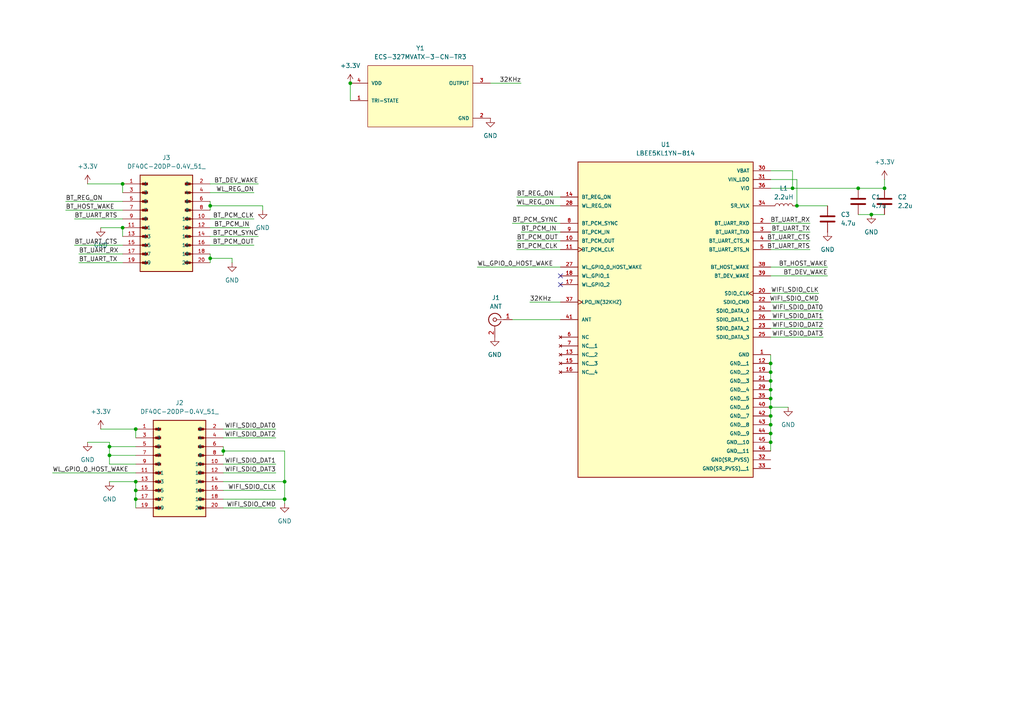
<source format=kicad_sch>
(kicad_sch (version 20250114) (generator "eeschema") (generator_version "9.0")
  (paper "A4")
  (lib_symbols
    (symbol "Connector:Conn_Coaxial" (pin_names (offset 1.016) (hide yes))
      (property "Reference" "J" (at 0.254 3.048 0))
      (property "Value" "Conn_Coaxial" (at 2.921 0 90))
      (symbol "Conn_Coaxial_0_1"
        (polyline (pts (xy -2.54 0) (xy -0.508 0)))
        (arc (start 1.778 0) (mid 0.222 -1.8079) (end -1.778 -0.508) (stroke (width 0.254)))
        (arc (start -1.778 0.508) (mid 0.2221 1.8084) (end 1.778 0) (stroke (width 0.254)))
        (circle (center 0 0) (radius 0.508) (stroke (width 0.2032)))
        (polyline (pts (xy 0 -2.54) (xy 0 -1.778)))
      )
      (symbol "Conn_Coaxial_1_1"
        (pin passive line (at -5.08 0 0) (length 2.54) (name "In") (number "1"))
        (pin passive line (at 0 -5.08 90) (length 2.54) (name "Ext") (number "2"))
      )
    )
    (symbol "DF40C-20DP-0.4V_51_:DF40C-20DP-0.4V_51_" (pin_names (offset 1.016))
      (property "Reference" "J" (at -7.62 13.462 0))
      (property "Value" "DF40C-20DP-0.4V_51_" (at -7.62 -16.002 0))
      (symbol "DF40C-20DP-0.4V_51__0_0"
        (polyline (pts (xy -7.62 10.16) (xy -5.715 10.16)) (stroke (width 0.254)))
        (polyline (pts (xy -7.62 7.62) (xy -5.715 7.62)) (stroke (width 0.254)))
        (polyline (pts (xy -7.62 5.08) (xy -5.715 5.08)) (stroke (width 0.254)))
        (polyline (pts (xy -7.62 2.54) (xy -5.715 2.54)) (stroke (width 0.254)))
        (polyline (pts (xy -7.62 0) (xy -5.715 0)) (stroke (width 0.254)))
        (polyline (pts (xy -7.62 -2.54) (xy -5.715 -2.54)) (stroke (width 0.254)))
        (polyline (pts (xy -7.62 -5.08) (xy -5.715 -5.08)) (stroke (width 0.254)))
        (polyline (pts (xy -7.62 -7.62) (xy -5.715 -7.62)) (stroke (width 0.254)))
        (polyline (pts (xy -7.62 -10.16) (xy -5.715 -10.16)) (stroke (width 0.254)))
        (polyline (pts (xy -7.62 -12.7) (xy -5.715 -12.7)) (stroke (width 0.254)))
        (rectangle (start -7.62 -15.24) (end 7.62 12.7) (stroke (width 0.254)) (fill (type background)))
        (rectangle (start -6.985 9.8425) (end -5.3975 10.4775) (stroke (width 0.1)) (fill (type outline)))
        (rectangle (start -6.985 7.3025) (end -5.3975 7.9375) (stroke (width 0.1)) (fill (type outline)))
        (rectangle (start -6.985 4.7625) (end -5.3975 5.3975) (stroke (width 0.1)) (fill (type outline)))
        (rectangle (start -6.985 2.2225) (end -5.3975 2.8575) (stroke (width 0.1)) (fill (type outline)))
        (rectangle (start -6.985 -0.3175) (end -5.3975 0.3175) (stroke (width 0.1)) (fill (type outline)))
        (rectangle (start -6.985 -2.8575) (end -5.3975 -2.2225) (stroke (width 0.1)) (fill (type outline)))
        (rectangle (start -6.985 -5.3975) (end -5.3975 -4.7625) (stroke (width 0.1)) (fill (type outline)))
        (rectangle (start -6.985 -7.9375) (end -5.3975 -7.3025) (stroke (width 0.1)) (fill (type outline)))
        (rectangle (start -6.985 -10.4775) (end -5.3975 -9.8425) (stroke (width 0.1)) (fill (type outline)))
        (rectangle (start -6.985 -13.0175) (end -5.3975 -12.3825) (stroke (width 0.1)) (fill (type outline)))
        (rectangle (start 5.3975 9.8425) (end 6.985 10.4775) (stroke (width 0.1)) (fill (type outline)))
        (rectangle (start 5.3975 7.3025) (end 6.985 7.9375) (stroke (width 0.1)) (fill (type outline)))
        (rectangle (start 5.3975 4.7625) (end 6.985 5.3975) (stroke (width 0.1)) (fill (type outline)))
        (rectangle (start 5.3975 2.2225) (end 6.985 2.8575) (stroke (width 0.1)) (fill (type outline)))
        (rectangle (start 5.3975 -0.3175) (end 6.985 0.3175) (stroke (width 0.1)) (fill (type outline)))
        (rectangle (start 5.3975 -2.8575) (end 6.985 -2.2225) (stroke (width 0.1)) (fill (type outline)))
        (rectangle (start 5.3975 -5.3975) (end 6.985 -4.7625) (stroke (width 0.1)) (fill (type outline)))
        (rectangle (start 5.3975 -7.9375) (end 6.985 -7.3025) (stroke (width 0.1)) (fill (type outline)))
        (rectangle (start 5.3975 -10.4775) (end 6.985 -9.8425) (stroke (width 0.1)) (fill (type outline)))
        (rectangle (start 5.3975 -13.0175) (end 6.985 -12.3825) (stroke (width 0.1)) (fill (type outline)))
        (polyline (pts (xy 7.62 10.16) (xy 5.715 10.16)) (stroke (width 0.254)))
        (polyline (pts (xy 7.62 7.62) (xy 5.715 7.62)) (stroke (width 0.254)))
        (polyline (pts (xy 7.62 5.08) (xy 5.715 5.08)) (stroke (width 0.254)))
        (polyline (pts (xy 7.62 2.54) (xy 5.715 2.54)) (stroke (width 0.254)))
        (polyline (pts (xy 7.62 0) (xy 5.715 0)) (stroke (width 0.254)))
        (polyline (pts (xy 7.62 -2.54) (xy 5.715 -2.54)) (stroke (width 0.254)))
        (polyline (pts (xy 7.62 -5.08) (xy 5.715 -5.08)) (stroke (width 0.254)))
        (polyline (pts (xy 7.62 -7.62) (xy 5.715 -7.62)) (stroke (width 0.254)))
        (polyline (pts (xy 7.62 -10.16) (xy 5.715 -10.16)) (stroke (width 0.254)))
        (polyline (pts (xy 7.62 -12.7) (xy 5.715 -12.7)) (stroke (width 0.254)))
        (pin passive line (at -12.7 10.16 0) (length 5.08) (name "1") (number "1"))
        (pin passive line (at -12.7 7.62 0) (length 5.08) (name "3") (number "3"))
        (pin passive line (at -12.7 5.08 0) (length 5.08) (name "5") (number "5"))
        (pin passive line (at -12.7 2.54 0) (length 5.08) (name "7") (number "7"))
        (pin passive line (at -12.7 0 0) (length 5.08) (name "9") (number "9"))
        (pin passive line (at -12.7 -2.54 0) (length 5.08) (name "11") (number "11"))
        (pin passive line (at -12.7 -5.08 0) (length 5.08) (name "13") (number "13"))
        (pin passive line (at -12.7 -7.62 0) (length 5.08) (name "15") (number "15"))
        (pin passive line (at -12.7 -10.16 0) (length 5.08) (name "17") (number "17"))
        (pin passive line (at -12.7 -12.7 0) (length 5.08) (name "19") (number "19"))
        (pin passive line (at 12.7 10.16 180) (length 5.08) (name "2") (number "2"))
        (pin passive line (at 12.7 7.62 180) (length 5.08) (name "4") (number "4"))
        (pin passive line (at 12.7 5.08 180) (length 5.08) (name "6") (number "6"))
        (pin passive line (at 12.7 2.54 180) (length 5.08) (name "8") (number "8"))
        (pin passive line (at 12.7 0 180) (length 5.08) (name "10") (number "10"))
        (pin passive line (at 12.7 -2.54 180) (length 5.08) (name "12") (number "12"))
        (pin passive line (at 12.7 -5.08 180) (length 5.08) (name "14") (number "14"))
        (pin passive line (at 12.7 -7.62 180) (length 5.08) (name "16") (number "16"))
        (pin passive line (at 12.7 -10.16 180) (length 5.08) (name "18") (number "18"))
        (pin passive line (at 12.7 -12.7 180) (length 5.08) (name "20") (number "20"))
      )
    )
    (symbol "Device:C" (pin_numbers (hide yes)) (pin_names (offset 0.254))
      (property "Reference" "C" (at 0.635 2.54 0))
      (property "Value" "C" (at 0.635 -2.54 0))
      (symbol "C_0_1"
        (polyline (pts (xy -2.032 0.762) (xy 2.032 0.762)) (stroke (width 0.508)))
        (polyline (pts (xy -2.032 -0.762) (xy 2.032 -0.762)) (stroke (width 0.508)))
      )
      (symbol "C_1_1"
        (pin passive line (at 0 3.81 270) (length 2.794) (name "~") (number "1"))
        (pin passive line (at 0 -3.81 90) (length 2.794) (name "~") (number "2"))
      )
    )
    (symbol "Device:L" (pin_numbers (hide yes)) (pin_names (offset 1.016) (hide yes))
      (property "Reference" "L" (at -1.27 0 90))
      (property "Value" "L" (at 1.905 0 90))
      (symbol "L_0_1"
        (arc (start 0 2.54) (mid 0.6323 1.905) (end 0 1.27))
        (arc (start 0 1.27) (mid 0.6323 0.635) (end 0 0))
        (arc (start 0 0) (mid 0.6323 -0.635) (end 0 -1.27))
        (arc (start 0 -1.27) (mid 0.6323 -1.905) (end 0 -2.54))
      )
      (symbol "L_1_1"
        (pin passive line (at 0 3.81 270) (length 1.27) (name "1") (number "1"))
        (pin passive line (at 0 -3.81 90) (length 1.27) (name "2") (number "2"))
      )
    )
    (symbol "ECS-327MVATX-3-CN-TR3:ECS-327MVATX-3-CN-TR3" (pin_names (offset 1.016))
      (property "Reference" "Y" (at -15.5364 8.1503 0))
      (property "Value" "ECS-327MVATX-3-CN-TR3" (at -15.0127 -12.977 0))
      (symbol "ECS-327MVATX-3-CN-TR3_0_0"
        (rectangle (start -15.24 -10.16) (end 15.24 7.62) (stroke (width 0.1524)) (fill (type background)))
        (pin input line (at -20.32 2.54 0) (length 5.08) (name "VDD") (number "4"))
        (pin input line (at -20.32 -2.54 0) (length 5.08) (name "TRI-STATE") (number "1"))
        (pin output line (at 20.32 2.54 180) (length 5.08) (name "OUTPUT") (number "3"))
        (pin power_in line (at 20.32 -7.62 180) (length 5.08) (name "GND") (number "2"))
      )
    )
    (symbol "LBEE5KL1YN-814:LBEE5KL1YN-814" (pin_names (offset 1.016))
      (property "Reference" "U" (at -25.4 31.242 0))
      (property "Value" "LBEE5KL1YN-814" (at -25.4 -63.5 0))
      (symbol "LBEE5KL1YN-814_0_0"
        (rectangle (start -25.4 -60.96) (end 25.4 30.48) (stroke (width 0.254)) (fill (type background)))
        (pin input line (at -30.48 20.32 0) (length 5.08) (name "BT_REG_ON") (number "14"))
        (pin input line (at -30.48 17.78 0) (length 5.08) (name "WL_REG_ON") (number "28"))
        (pin bidirectional line (at -30.48 12.7 0) (length 5.08) (name "BT_PCM_SYNC") (number "8"))
        (pin input line (at -30.48 10.16 0) (length 5.08) (name "BT_PCM_IN") (number "9"))
        (pin output line (at -30.48 7.62 0) (length 5.08) (name "BT_PCM_OUT") (number "10"))
        (pin bidirectional clock (at -30.48 5.08 0) (length 5.08) (name "BT_PCM_CLK") (number "11"))
        (pin bidirectional line (at -30.48 0 0) (length 5.08) (name "WL_GPIO_0_HOST_WAKE") (number "27"))
        (pin bidirectional line (at -30.48 -2.54 0) (length 5.08) (name "WL_GPIO_1") (number "18"))
        (pin bidirectional line (at -30.48 -5.08 0) (length 5.08) (name "WL_GPIO_2") (number "17"))
        (pin input clock (at -30.48 -10.16 0) (length 5.08) (name "LPO_IN(32KHZ)") (number "37"))
        (pin passive line (at -30.48 -15.24 0) (length 5.08) (name "ANT") (number "41"))
        (pin no_connect line (at -30.48 -20.32 0) (length 5.08) (name "NC") (number "6"))
        (pin no_connect line (at -30.48 -22.86 0) (length 5.08) (name "NC__1") (number "7"))
        (pin no_connect line (at -30.48 -25.4 0) (length 5.08) (name "NC__2") (number "13"))
        (pin no_connect line (at -30.48 -27.94 0) (length 5.08) (name "NC__3") (number "15"))
        (pin no_connect line (at -30.48 -30.48 0) (length 5.08) (name "NC__4") (number "16"))
        (pin power_in line (at 30.48 27.94 180) (length 5.08) (name "VBAT") (number "30"))
        (pin power_in line (at 30.48 25.4 180) (length 5.08) (name "VIN_LDO") (number "31"))
        (pin power_in line (at 30.48 22.86 180) (length 5.08) (name "VIO") (number "36"))
        (pin output line (at 30.48 17.78 180) (length 5.08) (name "SR_VLX") (number "34"))
        (pin input line (at 30.48 12.7 180) (length 5.08) (name "BT_UART_RXD") (number "2"))
        (pin output line (at 30.48 10.16 180) (length 5.08) (name "BT_UART_TXD") (number "3"))
        (pin input line (at 30.48 7.62 180) (length 5.08) (name "BT_UART_CTS_N") (number "4"))
        (pin output line (at 30.48 5.08 180) (length 5.08) (name "BT_UART_RTS_N") (number "5"))
        (pin bidirectional line (at 30.48 0 180) (length 5.08) (name "BT_HOST_WAKE") (number "38"))
        (pin bidirectional line (at 30.48 -2.54 180) (length 5.08) (name "BT_DEV_WAKE") (number "39"))
        (pin input clock (at 30.48 -7.62 180) (length 5.08) (name "SDIO_CLK") (number "20"))
        (pin bidirectional line (at 30.48 -10.16 180) (length 5.08) (name "SDIO_CMD") (number "22"))
        (pin bidirectional line (at 30.48 -12.7 180) (length 5.08) (name "SDIO_DATA_0") (number "24"))
        (pin bidirectional line (at 30.48 -15.24 180) (length 5.08) (name "SDIO_DATA_1") (number "26"))
        (pin bidirectional line (at 30.48 -17.78 180) (length 5.08) (name "SDIO_DATA_2") (number "23"))
        (pin bidirectional line (at 30.48 -20.32 180) (length 5.08) (name "SDIO_DATA_3") (number "25"))
        (pin power_in line (at 30.48 -25.4 180) (length 5.08) (name "GND") (number "1"))
        (pin power_in line (at 30.48 -27.94 180) (length 5.08) (name "GND__1") (number "12"))
        (pin power_in line (at 30.48 -30.48 180) (length 5.08) (name "GND__2") (number "19"))
        (pin power_in line (at 30.48 -33.02 180) (length 5.08) (name "GND__3") (number "21"))
        (pin power_in line (at 30.48 -35.56 180) (length 5.08) (name "GND__4") (number "29"))
        (pin power_in line (at 30.48 -38.1 180) (length 5.08) (name "GND__5") (number "35"))
        (pin power_in line (at 30.48 -40.64 180) (length 5.08) (name "GND__6") (number "40"))
        (pin power_in line (at 30.48 -43.18 180) (length 5.08) (name "GND__7") (number "42"))
        (pin power_in line (at 30.48 -45.72 180) (length 5.08) (name "GND__8") (number "43"))
        (pin power_in line (at 30.48 -48.26 180) (length 5.08) (name "GND__9") (number "44"))
        (pin power_in line (at 30.48 -50.8 180) (length 5.08) (name "GND__10") (number "45"))
        (pin power_in line (at 30.48 -53.34 180) (length 5.08) (name "GND__11") (number "46"))
        (pin power_in line (at 30.48 -55.88 180) (length 5.08) (name "GND(SR_PVSS)") (number "32"))
        (pin power_in line (at 30.48 -58.42 180) (length 5.08) (name "GND(SR_PVSS)__1") (number "33"))
      )
    )
    (symbol "power:+3.3V" (power) (pin_numbers (hide yes)) (pin_names (offset 0) (hide yes))
      (property "Value" "+3.3V" (at 0 3.556 0))
      (symbol "+3.3V_0_1"
        (polyline (pts (xy -0.762 1.27) (xy 0 2.54)))
        (polyline (pts (xy 0 2.54) (xy 0.762 1.27)))
        (polyline (pts (xy 0 0) (xy 0 2.54)))
      )
      (symbol "+3.3V_1_1"
        (pin power_in line (at 0 0 90) (length 0) (name "~") (number "1"))
      )
    )
    (symbol "power:GND" (power) (pin_numbers (hide yes)) (pin_names (offset 0) (hide yes))
      (property "Value" "GND" (at 0 -3.81 0))
      (symbol "GND_0_1"
        (polyline (pts (xy 0 0) (xy 0 -1.27) (xy 1.27 -1.27) (xy 0 -2.54) (xy -1.27 -1.27) (xy 0 -1.27)))
      )
      (symbol "GND_1_1"
        (pin power_in line (at 0 0 270) (length 0) (name "~") (number "1"))
      )
    )
  )
  (junction (at 31.75 132.08))
  (junction (at 223.52 115.57))
  (junction (at 82.55 139.7))
  (junction (at 256.54 54.61))
  (junction (at 39.37 144.78))
  (junction (at 223.52 113.03))
  (junction (at 223.52 105.41))
  (junction (at 223.52 118.11))
  (junction (at 82.55 144.78))
  (junction (at 60.96 74.93))
  (junction (at 39.37 139.7))
  (junction (at 231.14 59.69))
  (junction (at 223.52 123.19))
  (junction (at 223.52 128.27))
  (junction (at 223.52 125.73))
  (junction (at 31.75 129.54))
  (junction (at 60.96 59.69))
  (junction (at 101.6 24.13))
  (junction (at 223.52 107.95))
  (junction (at 223.52 110.49))
  (junction (at 223.52 120.65))
  (junction (at 35.56 66.04))
  (junction (at 39.37 142.24))
  (junction (at 39.37 124.46))
  (junction (at 35.56 53.34))
  (junction (at 248.92 54.61))
  (junction (at 229.87 54.61))
  (junction (at 64.77 130.81))
  (junction (at 252.73 62.23))
  (no_connect (at 162.56 82.55))
  (no_connect (at 162.56 80.01))
  (wire (pts (xy 229.87 49.53) (xy 223.52 49.53)))
  (wire (pts (xy 64.77 129.54) (xy 64.77 130.81)))
  (wire (pts (xy 240.03 77.47) (xy 223.52 77.47)))
  (wire (pts (xy 256.54 52.07) (xy 256.54 54.61)))
  (wire (pts (xy 252.73 62.23) (xy 256.54 62.23)))
  (wire (pts (xy 19.05 58.42) (xy 35.56 58.42)))
  (wire (pts (xy 64.77 127) (xy 80.01 127)))
  (wire (pts (xy 39.37 139.7) (xy 39.37 142.24)))
  (wire (pts (xy 64.77 130.81) (xy 82.55 130.81)))
  (wire (pts (xy 248.92 54.61) (xy 256.54 54.61)))
  (wire (pts (xy 64.77 144.78) (xy 82.55 144.78)))
  (wire (pts (xy 60.96 73.66) (xy 60.96 74.93)))
  (wire (pts (xy 229.87 54.61) (xy 248.92 54.61)))
  (wire (pts (xy 31.75 139.7) (xy 39.37 139.7)))
  (wire (pts (xy 223.52 102.87) (xy 223.52 105.41)))
  (wire (pts (xy 35.56 63.5) (xy 21.59 63.5)))
  (wire (pts (xy 223.52 113.03) (xy 223.52 115.57)))
  (wire (pts (xy 82.55 144.78) (xy 82.55 146.05)))
  (wire (pts (xy 248.92 62.23) (xy 252.73 62.23)))
  (wire (pts (xy 223.52 118.11) (xy 228.6 118.11)))
  (wire (pts (xy 162.56 69.85) (xy 149.86 69.85)))
  (wire (pts (xy 223.52 97.79) (xy 238.76 97.79)))
  (wire (pts (xy 31.75 134.62) (xy 39.37 134.62)))
  (wire (pts (xy 76.2 60.96) (xy 76.2 59.69)))
  (wire (pts (xy 29.21 124.46) (xy 39.37 124.46)))
  (wire (pts (xy 60.96 66.04) (xy 72.39 66.04)))
  (wire (pts (xy 64.77 134.62) (xy 80.01 134.62)))
  (wire (pts (xy 148.59 92.71) (xy 162.56 92.71)))
  (wire (pts (xy 64.77 139.7) (xy 82.55 139.7)))
  (wire (pts (xy 162.56 67.31) (xy 151.13 67.31)))
  (wire (pts (xy 223.52 107.95) (xy 223.52 110.49)))
  (wire (pts (xy 149.86 59.69) (xy 162.56 59.69)))
  (wire (pts (xy 29.21 66.04) (xy 35.56 66.04)))
  (wire (pts (xy 39.37 142.24) (xy 39.37 144.78)))
  (wire (pts (xy 101.6 24.13) (xy 101.6 29.21)))
  (wire (pts (xy 149.86 72.39) (xy 162.56 72.39)))
  (wire (pts (xy 31.75 132.08) (xy 39.37 132.08)))
  (wire (pts (xy 142.24 24.13) (xy 151.13 24.13)))
  (wire (pts (xy 223.52 80.01) (xy 240.03 80.01)))
  (wire (pts (xy 223.52 105.41) (xy 223.52 107.95)))
  (wire (pts (xy 223.52 125.73) (xy 223.52 128.27)))
  (wire (pts (xy 67.31 74.93) (xy 67.31 76.2)))
  (wire (pts (xy 31.75 129.54) (xy 39.37 129.54)))
  (wire (pts (xy 237.49 85.09) (xy 223.52 85.09)))
  (wire (pts (xy 223.52 52.07) (xy 231.14 52.07)))
  (wire (pts (xy 231.14 59.69) (xy 240.03 59.69)))
  (wire (pts (xy 60.96 53.34) (xy 74.93 53.34)))
  (wire (pts (xy 223.52 120.65) (xy 223.52 123.19)))
  (wire (pts (xy 73.66 55.88) (xy 60.96 55.88)))
  (wire (pts (xy 223.52 128.27) (xy 223.52 130.81)))
  (wire (pts (xy 138.43 77.47) (xy 162.56 77.47)))
  (wire (pts (xy 223.52 69.85) (xy 234.95 69.85)))
  (wire (pts (xy 64.77 124.46) (xy 80.01 124.46)))
  (wire (pts (xy 223.52 54.61) (xy 229.87 54.61)))
  (wire (pts (xy 60.96 68.58) (xy 74.93 68.58)))
  (wire (pts (xy 31.75 129.54) (xy 31.75 132.08)))
  (wire (pts (xy 162.56 87.63) (xy 153.67 87.63)))
  (wire (pts (xy 231.14 52.07) (xy 231.14 59.69)))
  (wire (pts (xy 80.01 142.24) (xy 64.77 142.24)))
  (wire (pts (xy 223.52 110.49) (xy 223.52 113.03)))
  (wire (pts (xy 223.52 115.57) (xy 223.52 118.11)))
  (wire (pts (xy 25.4 53.34) (xy 35.56 53.34)))
  (wire (pts (xy 64.77 130.81) (xy 64.77 132.08)))
  (wire (pts (xy 60.96 71.12) (xy 73.66 71.12)))
  (wire (pts (xy 35.56 66.04) (xy 35.56 68.58)))
  (wire (pts (xy 19.05 60.96) (xy 35.56 60.96)))
  (wire (pts (xy 73.66 63.5) (xy 60.96 63.5)))
  (wire (pts (xy 35.56 73.66) (xy 22.86 73.66)))
  (wire (pts (xy 60.96 74.93) (xy 67.31 74.93)))
  (wire (pts (xy 60.96 59.69) (xy 76.2 59.69)))
  (wire (pts (xy 162.56 64.77) (xy 148.59 64.77)))
  (wire (pts (xy 82.55 139.7) (xy 82.55 144.78)))
  (wire (pts (xy 223.52 123.19) (xy 223.52 125.73)))
  (wire (pts (xy 223.52 64.77) (xy 234.95 64.77)))
  (wire (pts (xy 223.52 67.31) (xy 234.95 67.31)))
  (wire (pts (xy 39.37 124.46) (xy 39.37 127)))
  (wire (pts (xy 25.4 128.27) (xy 31.75 128.27)))
  (wire (pts (xy 229.87 54.61) (xy 229.87 49.53)))
  (wire (pts (xy 64.77 137.16) (xy 80.01 137.16)))
  (wire (pts (xy 223.52 92.71) (xy 238.76 92.71)))
  (wire (pts (xy 35.56 76.2) (xy 22.86 76.2)))
  (wire (pts (xy 60.96 74.93) (xy 60.96 76.2)))
  (wire (pts (xy 31.75 134.62) (xy 31.75 132.08)))
  (wire (pts (xy 15.24 137.16) (xy 39.37 137.16)))
  (wire (pts (xy 223.52 118.11) (xy 223.52 120.65)))
  (wire (pts (xy 223.52 90.17) (xy 238.76 90.17)))
  (wire (pts (xy 35.56 53.34) (xy 35.56 55.88)))
  (wire (pts (xy 31.75 128.27) (xy 31.75 129.54)))
  (wire (pts (xy 64.77 147.32) (xy 80.01 147.32)))
  (wire (pts (xy 223.52 95.25) (xy 238.76 95.25)))
  (wire (pts (xy 149.86 57.15) (xy 162.56 57.15)))
  (wire (pts (xy 39.37 144.78) (xy 39.37 147.32)))
  (wire (pts (xy 82.55 130.81) (xy 82.55 139.7)))
  (wire (pts (xy 223.52 87.63) (xy 237.49 87.63)))
  (wire (pts (xy 60.96 58.42) (xy 60.96 59.69)))
  (wire (pts (xy 35.56 71.12) (xy 21.59 71.12)))
  (wire (pts (xy 223.52 72.39) (xy 234.95 72.39)))
  (wire (pts (xy 60.96 59.69) (xy 60.96 60.96)))
  (label "BT_DEV_WAKE" (at 240.03 80.01 180))
  (label "32KHz" (at 153.67 87.63 0))
  (label "BT_REG_ON" (at 149.86 57.15 0))
  (label "WL_REG_ON" (at 149.86 59.69 0))
  (label "BT_UART_RTS" (at 21.59 63.5 0))
  (label "WL_GPIO_0_HOST_WAKE" (at 138.43 77.47 0))
  (label "WIFI_SDIO_CMD" (at 80.01 147.32 180))
  (label "WIFI_SDIO_CLK" (at 80.01 142.24 180))
  (label "BT_PCM_OUT" (at 149.86 69.85 0))
  (label "BT_PCM_IN" (at 151.13 67.31 0))
  (label "WIFI_SDIO_CLK" (at 237.49 85.09 180))
  (label "WIFI_SDIO_DAT0" (at 238.76 90.17 180))
  (label "BT_UART_RX" (at 234.95 64.77 180))
  (label "WIFI_SDIO_DAT2" (at 238.76 95.25 180))
  (label "WIFI_SDIO_DAT0" (at 80.01 124.46 180))
  (label "WL_GPIO_0_HOST_WAKE" (at 15.24 137.16 0))
  (label "WIFI_SDIO_DAT2" (at 80.01 127 180))
  (label "BT_UART_RX" (at 22.86 73.66 0))
  (label "WIFI_SDIO_DAT3" (at 80.01 137.16 180))
  (label "WIFI_SDIO_CMD" (at 237.49 87.63 180))
  (label "WIFI_SDIO_DAT3" (at 238.76 97.79 180))
  (label "WL_REG_ON" (at 73.66 55.88 180))
  (label "BT_HOST_WAKE" (at 240.03 77.47 180))
  (label "BT_PCM_SYNC" (at 74.93 68.58 180))
  (label "BT_PCM_CLK" (at 149.86 72.39 0))
  (label "BT_UART_CTS" (at 234.95 69.85 180))
  (label "WIFI_SDIO_DAT1" (at 238.76 92.71 180))
  (label "BT_PCM_SYNC" (at 148.59 64.77 0))
  (label "WIFI_SDIO_DAT1" (at 80.01 134.62 180))
  (label "32KHz" (at 151.13 24.13 180))
  (label "BT_HOST_WAKE" (at 19.05 60.96 0))
  (label "BT_UART_RTS" (at 234.95 72.39 180))
  (label "BT_UART_CTS" (at 21.59 71.12 0))
  (label "BT_PCM_OUT" (at 73.66 71.12 180))
  (label "BT_REG_ON" (at 19.05 58.42 0))
  (label "BT_DEV_WAKE" (at 74.93 53.34 180))
  (label "BT_UART_TX" (at 22.86 76.2 0))
  (label "BT_PCM_IN" (at 72.39 66.04 180))
  (label "BT_PCM_CLK" (at 73.66 63.5 180))
  (label "BT_UART_TX" (at 234.95 67.31 180))
  (symbol (lib_id "power:GND") (at 67.31 76.2 0) (unit 1)
    (property "Reference" "#PWR013" (effects (hide yes)))
    (property "Value" "GND" (at 67.31 81.28 0))
    (property "Description" "Power symbol creates a global label with name \"GND\" , ground" (effects (hide yes)))
  )
  (symbol (lib_id "power:+3.3V") (at 256.54 52.07 0) (unit 1)
    (property "Reference" "#PWR01" (effects (hide yes)))
    (property "Value" "+3.3V" (at 256.54 46.99 0))
    (property "Description" "Power symbol creates a global label with name \"+3.3V\"" (effects (hide yes)))
  )
  (symbol (lib_id "Device:C") (at 240.03 63.5 0) (unit 1)
    (property "Reference" "C3" (at 243.84 62.2299 0) (effects (justify left)))
    (property "Value" "4.7u" (at 243.84 64.7699 0) (effects (justify left)))
    (property "Footprint" "Capacitor_SMD:C_0603_1608Metric_Pad1.08x0.95mm_HandSolder" (effects (hide yes)))
    (property "Description" "Unpolarized capacitor" (effects (hide yes)))
  )
  (symbol (lib_id "LBEE5KL1YN-814:LBEE5KL1YN-814") (at 193.04 77.47 0) (unit 1)
    (property "Reference" "U1" (at 193.04 41.91 0))
    (property "Value" "LBEE5KL1YN-814" (at 193.04 44.45 0))
    (property "Footprint" "LBEE5KL1YN_814:XCVR_LBEE5KL1YN-814" (effects (hide yes)))
    (property "PARTREV" "C" (effects (hide yes)))
    (property "SNAPEDA_PN" "LBEE5KL1YN-814" (effects (hide yes)))
    (property "MANUFACTURER" "Murata" (effects (hide yes)))
    (property "MAXIMUM_PACKAGE_HEIGHT" "1.1mm" (effects (hide yes)))
    (property "STANDARD" "Manufacturer Recommendations" (effects (hide yes)))
  )
  (symbol (lib_id "ECS-327MVATX-3-CN-TR3:ECS-327MVATX-3-CN-TR3") (at 121.92 26.67 0) (unit 1)
    (property "Reference" "Y1" (at 121.92 13.97 0))
    (property "Value" "ECS-327MVATX-3-CN-TR3" (at 121.92 16.51 0))
    (property "Footprint" "ECS_327MVATX_3_CN_TR3:OSC_ECS-2333-160-BN-TR" (effects (hide yes)))
    (property "PARTREV" "N/A" (effects (hide yes)))
    (property "MANUFACTURER" "ECS INC" (effects (hide yes)))
    (property "STANDARD" "Manufacturer Recommendations" (effects (hide yes)))
  )
  (symbol (lib_id "power:GND") (at 29.21 66.04 0) (unit 1)
    (property "Reference" "#PWR014" (effects (hide yes)))
    (property "Value" "GND" (at 29.21 71.12 0))
    (property "Description" "Power symbol creates a global label with name \"GND\" , ground" (effects (hide yes)))
  )
  (symbol (lib_id "Connector:Conn_Coaxial") (at 143.51 92.71 0) (mirror y) (unit 1)
    (property "Reference" "J1" (at 143.8274 86.36 0))
    (property "Value" "ANT" (at 143.8274 88.9 0))
    (property "Footprint" "Connector_Coaxial:U.FL_Molex_MCRF_73412-0110_Vertical" (effects (hide yes)))
    (property "Description" "coaxial connector (BNC, SMA, SMB, SMC, Cinch/RCA, LEMO, ...)" (effects (hide yes)))
  )
  (symbol (lib_id "power:+3.3V") (at 25.4 53.34 0) (mirror y) (unit 1)
    (property "Reference" "#PWR011" (effects (hide yes)))
    (property "Value" "+3.3V" (at 25.4 48.26 0))
    (property "Description" "Power symbol creates a global label with name \"+3.3V\"" (effects (hide yes)))
  )
  (symbol (lib_id "DF40C-20DP-0.4V_51_:DF40C-20DP-0.4V_51_") (at 48.26 63.5 0) (unit 1)
    (property "Reference" "J3" (at 48.26 45.72 0))
    (property "Value" "DF40C-20DP-0.4V_51_" (at 48.26 48.26 0))
    (property "Footprint" "DF40C_20DP_0_4V_51_:HRS_DF40C-20DP-0.4V_51_" (effects (hide yes)))
    (property "PARTREV" "02/2020" (effects (hide yes)))
    (property "STANDARD" "Manufacturer Recommendations" (effects (hide yes)))
    (property "MAXIMUM_PACKAGE_HEIGHT" "1.29mm" (effects (hide yes)))
    (property "MANUFACTURER" "Hirose Electric" (effects (hide yes)))
  )
  (symbol (lib_id "power:+3.3V") (at 29.21 124.46 0) (mirror y) (unit 1)
    (property "Reference" "#PWR025" (effects (hide yes)))
    (property "Value" "+3.3V" (at 29.21 119.38 0))
    (property "Description" "Power symbol creates a global label with name \"+3.3V\"" (effects (hide yes)))
  )
  (symbol (lib_id "power:GND") (at 142.24 34.29 0) (unit 1)
    (property "Reference" "#PWR06" (effects (hide yes)))
    (property "Value" "GND" (at 142.24 39.37 0))
    (property "Description" "Power symbol creates a global label with name \"GND\" , ground" (effects (hide yes)))
  )
  (symbol (lib_id "power:GND") (at 228.6 118.11 0) (unit 1)
    (property "Reference" "#PWR03" (effects (hide yes)))
    (property "Value" "GND" (at 228.6 123.19 0))
    (property "Description" "Power symbol creates a global label with name \"GND\" , ground" (effects (hide yes)))
  )
  (symbol (lib_id "power:+3.3V") (at 101.6 24.13 0) (unit 1)
    (property "Reference" "#PWR07" (effects (hide yes)))
    (property "Value" "+3.3V" (at 101.6 19.05 0))
    (property "Description" "Power symbol creates a global label with name \"+3.3V\"" (effects (hide yes)))
  )
  (symbol (lib_id "power:GND") (at 252.73 62.23 0) (unit 1)
    (property "Reference" "#PWR02" (effects (hide yes)))
    (property "Value" "GND" (at 252.73 67.31 0))
    (property "Description" "Power symbol creates a global label with name \"GND\" , ground" (effects (hide yes)))
  )
  (symbol (lib_id "Device:C") (at 248.92 58.42 0) (unit 1)
    (property "Reference" "C1" (at 252.73 57.1499 0) (effects (justify left)))
    (property "Value" "4.7u" (at 252.73 59.6899 0) (effects (justify left)))
    (property "Footprint" "Capacitor_SMD:C_0603_1608Metric_Pad1.08x0.95mm_HandSolder" (effects (hide yes)))
    (property "Description" "Unpolarized capacitor" (effects (hide yes)))
  )
  (symbol (lib_id "DF40C-20DP-0.4V_51_:DF40C-20DP-0.4V_51_") (at 52.07 134.62 0) (unit 1)
    (property "Reference" "J2" (at 52.07 116.84 0))
    (property "Value" "DF40C-20DP-0.4V_51_" (at 52.07 119.38 0))
    (property "Footprint" "DF40C_20DP_0_4V_51_:HRS_DF40C-20DP-0.4V_51_" (effects (hide yes)))
    (property "PARTREV" "02/2020" (effects (hide yes)))
    (property "STANDARD" "Manufacturer Recommendations" (effects (hide yes)))
    (property "MAXIMUM_PACKAGE_HEIGHT" "1.29mm" (effects (hide yes)))
    (property "MANUFACTURER" "Hirose Electric" (effects (hide yes)))
  )
  (symbol (lib_id "power:GND") (at 31.75 139.7 0) (mirror y) (unit 1)
    (property "Reference" "#PWR09" (effects (hide yes)))
    (property "Value" "GND" (at 31.75 144.78 0))
    (property "Description" "Power symbol creates a global label with name \"GND\" , ground" (effects (hide yes)))
  )
  (symbol (lib_id "power:GND") (at 143.51 97.79 0) (unit 1)
    (property "Reference" "#PWR05" (effects (hide yes)))
    (property "Value" "GND" (at 143.51 102.87 0))
    (property "Description" "Power symbol creates a global label with name \"GND\" , ground" (effects (hide yes)))
  )
  (symbol (lib_id "Device:L") (at 227.33 59.69 90) (unit 1)
    (property "Reference" "L1" (at 227.33 54.61 90))
    (property "Value" "2.2uH" (at 227.33 57.15 90))
    (property "Footprint" "Inductor_SMD:L_0603_1608Metric_Pad1.05x0.95mm_HandSolder" (effects (hide yes)))
    (property "Description" "Inductor" (effects (hide yes)))
  )
  (symbol (lib_id "Device:C") (at 256.54 58.42 0) (unit 1)
    (property "Reference" "C2" (at 260.35 57.1499 0) (effects (justify left)))
    (property "Value" "2.2u" (at 260.35 59.6899 0) (effects (justify left)))
    (property "Footprint" "Capacitor_SMD:C_0603_1608Metric_Pad1.08x0.95mm_HandSolder" (effects (hide yes)))
    (property "Description" "Unpolarized capacitor" (effects (hide yes)))
  )
  (symbol (lib_id "power:GND") (at 25.4 128.27 0) (mirror y) (unit 1)
    (property "Reference" "#PWR08" (effects (hide yes)))
    (property "Value" "GND" (at 25.4 133.35 0))
    (property "Description" "Power symbol creates a global label with name \"GND\" , ground" (effects (hide yes)))
  )
  (symbol (lib_id "power:GND") (at 82.55 146.05 0) (mirror y) (unit 1)
    (property "Reference" "#PWR010" (effects (hide yes)))
    (property "Value" "GND" (at 82.55 151.13 0))
    (property "Description" "Power symbol creates a global label with name \"GND\" , ground" (effects (hide yes)))
  )
  (symbol (lib_id "power:GND") (at 240.03 67.31 0) (unit 1)
    (property "Reference" "#PWR04" (effects (hide yes)))
    (property "Value" "GND" (at 240.03 72.39 0))
    (property "Description" "Power symbol creates a global label with name \"GND\" , ground" (effects (hide yes)))
  )
  (symbol (lib_id "power:GND") (at 76.2 60.96 0) (unit 1)
    (property "Reference" "#PWR012" (effects (hide yes)))
    (property "Value" "GND" (at 76.2 66.04 0))
    (property "Description" "Power symbol creates a global label with name \"GND\" , ground" (effects (hide yes)))
  )
)
</source>
